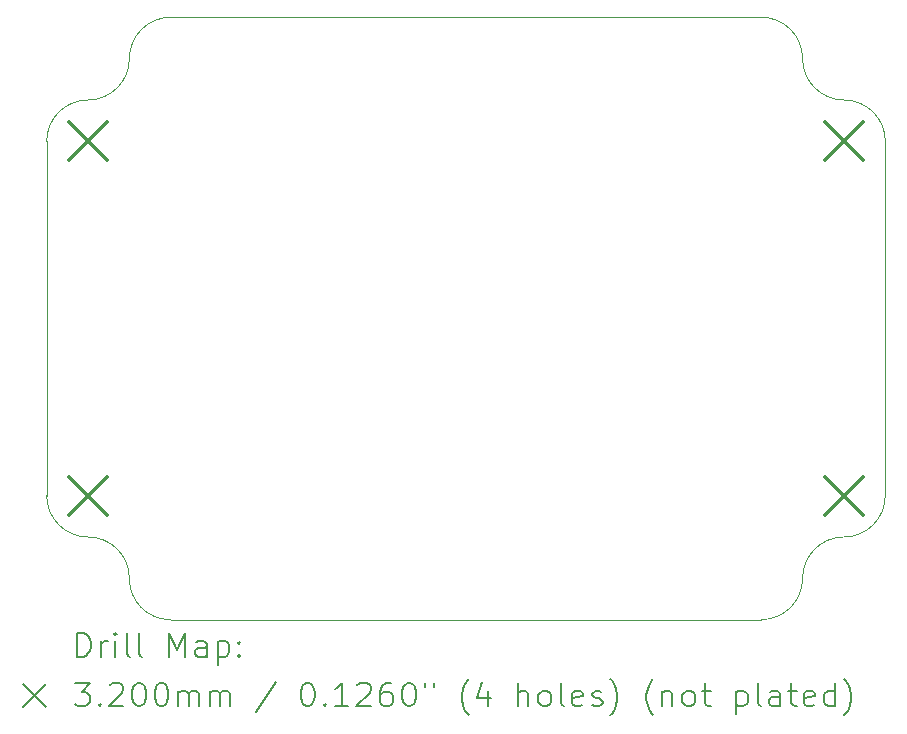
<source format=gbr>
%TF.GenerationSoftware,KiCad,Pcbnew,8.0.4*%
%TF.CreationDate,2024-08-24T09:36:37+02:00*%
%TF.ProjectId,letitrain,6c657469-7472-4616-996e-2e6b69636164,rev?*%
%TF.SameCoordinates,Original*%
%TF.FileFunction,Drillmap*%
%TF.FilePolarity,Positive*%
%FSLAX45Y45*%
G04 Gerber Fmt 4.5, Leading zero omitted, Abs format (unit mm)*
G04 Created by KiCad (PCBNEW 8.0.4) date 2024-08-24 09:36:37*
%MOMM*%
%LPD*%
G01*
G04 APERTURE LIST*
%ADD10C,0.050000*%
%ADD11C,0.200000*%
%ADD12C,0.320000*%
G04 APERTURE END LIST*
D10*
X3500000Y-7550000D02*
G75*
G02*
X3150000Y-7200000I0J350000D01*
G01*
X3850000Y-3500000D02*
G75*
G02*
X4200000Y-3150000I350000J0D01*
G01*
X9900000Y-3850000D02*
G75*
G02*
X9550000Y-3500000I0J350000D01*
G01*
X10250000Y-7200000D02*
G75*
G02*
X9900000Y-7550000I-350000J0D01*
G01*
X9550000Y-7900000D02*
G75*
G02*
X9200000Y-8250000I-350000J0D01*
G01*
X3500000Y-7550000D02*
G75*
G02*
X3850000Y-7900000I0J-350000D01*
G01*
X3150000Y-7200000D02*
X3150000Y-4200000D01*
X10250000Y-4200000D02*
X10250000Y-7200000D01*
X9200000Y-8250000D02*
X4200000Y-8250000D01*
X9550000Y-7900000D02*
G75*
G02*
X9900000Y-7550000I350000J0D01*
G01*
X9200000Y-3150000D02*
G75*
G02*
X9550000Y-3500000I0J-350000D01*
G01*
X4200000Y-3150000D02*
X9200000Y-3150000D01*
X3850000Y-3500000D02*
G75*
G02*
X3500000Y-3850000I-350000J0D01*
G01*
X4200000Y-8250000D02*
G75*
G02*
X3850000Y-7900000I-4980J345020D01*
G01*
X9900000Y-3850000D02*
G75*
G02*
X10250000Y-4200000I0J-350000D01*
G01*
X3150000Y-4200000D02*
G75*
G02*
X3500000Y-3850000I350000J0D01*
G01*
D11*
D12*
X3340000Y-4040000D02*
X3660000Y-4360000D01*
X3660000Y-4040000D02*
X3340000Y-4360000D01*
X3340000Y-7040000D02*
X3660000Y-7360000D01*
X3660000Y-7040000D02*
X3340000Y-7360000D01*
X9740000Y-4040000D02*
X10060000Y-4360000D01*
X10060000Y-4040000D02*
X9740000Y-4360000D01*
X9740000Y-7040000D02*
X10060000Y-7360000D01*
X10060000Y-7040000D02*
X9740000Y-7360000D01*
D11*
X3408277Y-8564020D02*
X3408277Y-8364020D01*
X3408277Y-8364020D02*
X3455896Y-8364020D01*
X3455896Y-8364020D02*
X3484467Y-8373543D01*
X3484467Y-8373543D02*
X3503515Y-8392591D01*
X3503515Y-8392591D02*
X3513039Y-8411639D01*
X3513039Y-8411639D02*
X3522562Y-8449734D01*
X3522562Y-8449734D02*
X3522562Y-8478305D01*
X3522562Y-8478305D02*
X3513039Y-8516401D01*
X3513039Y-8516401D02*
X3503515Y-8535448D01*
X3503515Y-8535448D02*
X3484467Y-8554496D01*
X3484467Y-8554496D02*
X3455896Y-8564020D01*
X3455896Y-8564020D02*
X3408277Y-8564020D01*
X3608277Y-8564020D02*
X3608277Y-8430686D01*
X3608277Y-8468782D02*
X3617801Y-8449734D01*
X3617801Y-8449734D02*
X3627324Y-8440210D01*
X3627324Y-8440210D02*
X3646372Y-8430686D01*
X3646372Y-8430686D02*
X3665420Y-8430686D01*
X3732086Y-8564020D02*
X3732086Y-8430686D01*
X3732086Y-8364020D02*
X3722562Y-8373543D01*
X3722562Y-8373543D02*
X3732086Y-8383067D01*
X3732086Y-8383067D02*
X3741610Y-8373543D01*
X3741610Y-8373543D02*
X3732086Y-8364020D01*
X3732086Y-8364020D02*
X3732086Y-8383067D01*
X3855896Y-8564020D02*
X3836848Y-8554496D01*
X3836848Y-8554496D02*
X3827324Y-8535448D01*
X3827324Y-8535448D02*
X3827324Y-8364020D01*
X3960658Y-8564020D02*
X3941610Y-8554496D01*
X3941610Y-8554496D02*
X3932086Y-8535448D01*
X3932086Y-8535448D02*
X3932086Y-8364020D01*
X4189229Y-8564020D02*
X4189229Y-8364020D01*
X4189229Y-8364020D02*
X4255896Y-8506877D01*
X4255896Y-8506877D02*
X4322563Y-8364020D01*
X4322563Y-8364020D02*
X4322563Y-8564020D01*
X4503515Y-8564020D02*
X4503515Y-8459258D01*
X4503515Y-8459258D02*
X4493991Y-8440210D01*
X4493991Y-8440210D02*
X4474944Y-8430686D01*
X4474944Y-8430686D02*
X4436848Y-8430686D01*
X4436848Y-8430686D02*
X4417801Y-8440210D01*
X4503515Y-8554496D02*
X4484467Y-8564020D01*
X4484467Y-8564020D02*
X4436848Y-8564020D01*
X4436848Y-8564020D02*
X4417801Y-8554496D01*
X4417801Y-8554496D02*
X4408277Y-8535448D01*
X4408277Y-8535448D02*
X4408277Y-8516401D01*
X4408277Y-8516401D02*
X4417801Y-8497353D01*
X4417801Y-8497353D02*
X4436848Y-8487829D01*
X4436848Y-8487829D02*
X4484467Y-8487829D01*
X4484467Y-8487829D02*
X4503515Y-8478305D01*
X4598753Y-8430686D02*
X4598753Y-8630686D01*
X4598753Y-8440210D02*
X4617801Y-8430686D01*
X4617801Y-8430686D02*
X4655896Y-8430686D01*
X4655896Y-8430686D02*
X4674944Y-8440210D01*
X4674944Y-8440210D02*
X4684467Y-8449734D01*
X4684467Y-8449734D02*
X4693991Y-8468782D01*
X4693991Y-8468782D02*
X4693991Y-8525924D01*
X4693991Y-8525924D02*
X4684467Y-8544972D01*
X4684467Y-8544972D02*
X4674944Y-8554496D01*
X4674944Y-8554496D02*
X4655896Y-8564020D01*
X4655896Y-8564020D02*
X4617801Y-8564020D01*
X4617801Y-8564020D02*
X4598753Y-8554496D01*
X4779705Y-8544972D02*
X4789229Y-8554496D01*
X4789229Y-8554496D02*
X4779705Y-8564020D01*
X4779705Y-8564020D02*
X4770182Y-8554496D01*
X4770182Y-8554496D02*
X4779705Y-8544972D01*
X4779705Y-8544972D02*
X4779705Y-8564020D01*
X4779705Y-8440210D02*
X4789229Y-8449734D01*
X4789229Y-8449734D02*
X4779705Y-8459258D01*
X4779705Y-8459258D02*
X4770182Y-8449734D01*
X4770182Y-8449734D02*
X4779705Y-8440210D01*
X4779705Y-8440210D02*
X4779705Y-8459258D01*
X2947500Y-8792536D02*
X3147500Y-8992536D01*
X3147500Y-8792536D02*
X2947500Y-8992536D01*
X3389229Y-8784020D02*
X3513039Y-8784020D01*
X3513039Y-8784020D02*
X3446372Y-8860210D01*
X3446372Y-8860210D02*
X3474943Y-8860210D01*
X3474943Y-8860210D02*
X3493991Y-8869734D01*
X3493991Y-8869734D02*
X3503515Y-8879258D01*
X3503515Y-8879258D02*
X3513039Y-8898305D01*
X3513039Y-8898305D02*
X3513039Y-8945924D01*
X3513039Y-8945924D02*
X3503515Y-8964972D01*
X3503515Y-8964972D02*
X3493991Y-8974496D01*
X3493991Y-8974496D02*
X3474943Y-8984020D01*
X3474943Y-8984020D02*
X3417801Y-8984020D01*
X3417801Y-8984020D02*
X3398753Y-8974496D01*
X3398753Y-8974496D02*
X3389229Y-8964972D01*
X3598753Y-8964972D02*
X3608277Y-8974496D01*
X3608277Y-8974496D02*
X3598753Y-8984020D01*
X3598753Y-8984020D02*
X3589229Y-8974496D01*
X3589229Y-8974496D02*
X3598753Y-8964972D01*
X3598753Y-8964972D02*
X3598753Y-8984020D01*
X3684467Y-8803067D02*
X3693991Y-8793544D01*
X3693991Y-8793544D02*
X3713039Y-8784020D01*
X3713039Y-8784020D02*
X3760658Y-8784020D01*
X3760658Y-8784020D02*
X3779705Y-8793544D01*
X3779705Y-8793544D02*
X3789229Y-8803067D01*
X3789229Y-8803067D02*
X3798753Y-8822115D01*
X3798753Y-8822115D02*
X3798753Y-8841163D01*
X3798753Y-8841163D02*
X3789229Y-8869734D01*
X3789229Y-8869734D02*
X3674943Y-8984020D01*
X3674943Y-8984020D02*
X3798753Y-8984020D01*
X3922562Y-8784020D02*
X3941610Y-8784020D01*
X3941610Y-8784020D02*
X3960658Y-8793544D01*
X3960658Y-8793544D02*
X3970182Y-8803067D01*
X3970182Y-8803067D02*
X3979705Y-8822115D01*
X3979705Y-8822115D02*
X3989229Y-8860210D01*
X3989229Y-8860210D02*
X3989229Y-8907829D01*
X3989229Y-8907829D02*
X3979705Y-8945924D01*
X3979705Y-8945924D02*
X3970182Y-8964972D01*
X3970182Y-8964972D02*
X3960658Y-8974496D01*
X3960658Y-8974496D02*
X3941610Y-8984020D01*
X3941610Y-8984020D02*
X3922562Y-8984020D01*
X3922562Y-8984020D02*
X3903515Y-8974496D01*
X3903515Y-8974496D02*
X3893991Y-8964972D01*
X3893991Y-8964972D02*
X3884467Y-8945924D01*
X3884467Y-8945924D02*
X3874943Y-8907829D01*
X3874943Y-8907829D02*
X3874943Y-8860210D01*
X3874943Y-8860210D02*
X3884467Y-8822115D01*
X3884467Y-8822115D02*
X3893991Y-8803067D01*
X3893991Y-8803067D02*
X3903515Y-8793544D01*
X3903515Y-8793544D02*
X3922562Y-8784020D01*
X4113039Y-8784020D02*
X4132086Y-8784020D01*
X4132086Y-8784020D02*
X4151134Y-8793544D01*
X4151134Y-8793544D02*
X4160658Y-8803067D01*
X4160658Y-8803067D02*
X4170182Y-8822115D01*
X4170182Y-8822115D02*
X4179705Y-8860210D01*
X4179705Y-8860210D02*
X4179705Y-8907829D01*
X4179705Y-8907829D02*
X4170182Y-8945924D01*
X4170182Y-8945924D02*
X4160658Y-8964972D01*
X4160658Y-8964972D02*
X4151134Y-8974496D01*
X4151134Y-8974496D02*
X4132086Y-8984020D01*
X4132086Y-8984020D02*
X4113039Y-8984020D01*
X4113039Y-8984020D02*
X4093991Y-8974496D01*
X4093991Y-8974496D02*
X4084467Y-8964972D01*
X4084467Y-8964972D02*
X4074943Y-8945924D01*
X4074943Y-8945924D02*
X4065420Y-8907829D01*
X4065420Y-8907829D02*
X4065420Y-8860210D01*
X4065420Y-8860210D02*
X4074943Y-8822115D01*
X4074943Y-8822115D02*
X4084467Y-8803067D01*
X4084467Y-8803067D02*
X4093991Y-8793544D01*
X4093991Y-8793544D02*
X4113039Y-8784020D01*
X4265420Y-8984020D02*
X4265420Y-8850686D01*
X4265420Y-8869734D02*
X4274944Y-8860210D01*
X4274944Y-8860210D02*
X4293991Y-8850686D01*
X4293991Y-8850686D02*
X4322563Y-8850686D01*
X4322563Y-8850686D02*
X4341610Y-8860210D01*
X4341610Y-8860210D02*
X4351134Y-8879258D01*
X4351134Y-8879258D02*
X4351134Y-8984020D01*
X4351134Y-8879258D02*
X4360658Y-8860210D01*
X4360658Y-8860210D02*
X4379705Y-8850686D01*
X4379705Y-8850686D02*
X4408277Y-8850686D01*
X4408277Y-8850686D02*
X4427325Y-8860210D01*
X4427325Y-8860210D02*
X4436848Y-8879258D01*
X4436848Y-8879258D02*
X4436848Y-8984020D01*
X4532086Y-8984020D02*
X4532086Y-8850686D01*
X4532086Y-8869734D02*
X4541610Y-8860210D01*
X4541610Y-8860210D02*
X4560658Y-8850686D01*
X4560658Y-8850686D02*
X4589229Y-8850686D01*
X4589229Y-8850686D02*
X4608277Y-8860210D01*
X4608277Y-8860210D02*
X4617801Y-8879258D01*
X4617801Y-8879258D02*
X4617801Y-8984020D01*
X4617801Y-8879258D02*
X4627325Y-8860210D01*
X4627325Y-8860210D02*
X4646372Y-8850686D01*
X4646372Y-8850686D02*
X4674944Y-8850686D01*
X4674944Y-8850686D02*
X4693991Y-8860210D01*
X4693991Y-8860210D02*
X4703515Y-8879258D01*
X4703515Y-8879258D02*
X4703515Y-8984020D01*
X5093991Y-8774496D02*
X4922563Y-9031639D01*
X5351134Y-8784020D02*
X5370182Y-8784020D01*
X5370182Y-8784020D02*
X5389229Y-8793544D01*
X5389229Y-8793544D02*
X5398753Y-8803067D01*
X5398753Y-8803067D02*
X5408277Y-8822115D01*
X5408277Y-8822115D02*
X5417801Y-8860210D01*
X5417801Y-8860210D02*
X5417801Y-8907829D01*
X5417801Y-8907829D02*
X5408277Y-8945924D01*
X5408277Y-8945924D02*
X5398753Y-8964972D01*
X5398753Y-8964972D02*
X5389229Y-8974496D01*
X5389229Y-8974496D02*
X5370182Y-8984020D01*
X5370182Y-8984020D02*
X5351134Y-8984020D01*
X5351134Y-8984020D02*
X5332087Y-8974496D01*
X5332087Y-8974496D02*
X5322563Y-8964972D01*
X5322563Y-8964972D02*
X5313039Y-8945924D01*
X5313039Y-8945924D02*
X5303515Y-8907829D01*
X5303515Y-8907829D02*
X5303515Y-8860210D01*
X5303515Y-8860210D02*
X5313039Y-8822115D01*
X5313039Y-8822115D02*
X5322563Y-8803067D01*
X5322563Y-8803067D02*
X5332087Y-8793544D01*
X5332087Y-8793544D02*
X5351134Y-8784020D01*
X5503515Y-8964972D02*
X5513039Y-8974496D01*
X5513039Y-8974496D02*
X5503515Y-8984020D01*
X5503515Y-8984020D02*
X5493991Y-8974496D01*
X5493991Y-8974496D02*
X5503515Y-8964972D01*
X5503515Y-8964972D02*
X5503515Y-8984020D01*
X5703515Y-8984020D02*
X5589229Y-8984020D01*
X5646372Y-8984020D02*
X5646372Y-8784020D01*
X5646372Y-8784020D02*
X5627325Y-8812591D01*
X5627325Y-8812591D02*
X5608277Y-8831639D01*
X5608277Y-8831639D02*
X5589229Y-8841163D01*
X5779706Y-8803067D02*
X5789229Y-8793544D01*
X5789229Y-8793544D02*
X5808277Y-8784020D01*
X5808277Y-8784020D02*
X5855896Y-8784020D01*
X5855896Y-8784020D02*
X5874944Y-8793544D01*
X5874944Y-8793544D02*
X5884467Y-8803067D01*
X5884467Y-8803067D02*
X5893991Y-8822115D01*
X5893991Y-8822115D02*
X5893991Y-8841163D01*
X5893991Y-8841163D02*
X5884467Y-8869734D01*
X5884467Y-8869734D02*
X5770182Y-8984020D01*
X5770182Y-8984020D02*
X5893991Y-8984020D01*
X6065420Y-8784020D02*
X6027325Y-8784020D01*
X6027325Y-8784020D02*
X6008277Y-8793544D01*
X6008277Y-8793544D02*
X5998753Y-8803067D01*
X5998753Y-8803067D02*
X5979706Y-8831639D01*
X5979706Y-8831639D02*
X5970182Y-8869734D01*
X5970182Y-8869734D02*
X5970182Y-8945924D01*
X5970182Y-8945924D02*
X5979706Y-8964972D01*
X5979706Y-8964972D02*
X5989229Y-8974496D01*
X5989229Y-8974496D02*
X6008277Y-8984020D01*
X6008277Y-8984020D02*
X6046372Y-8984020D01*
X6046372Y-8984020D02*
X6065420Y-8974496D01*
X6065420Y-8974496D02*
X6074944Y-8964972D01*
X6074944Y-8964972D02*
X6084467Y-8945924D01*
X6084467Y-8945924D02*
X6084467Y-8898305D01*
X6084467Y-8898305D02*
X6074944Y-8879258D01*
X6074944Y-8879258D02*
X6065420Y-8869734D01*
X6065420Y-8869734D02*
X6046372Y-8860210D01*
X6046372Y-8860210D02*
X6008277Y-8860210D01*
X6008277Y-8860210D02*
X5989229Y-8869734D01*
X5989229Y-8869734D02*
X5979706Y-8879258D01*
X5979706Y-8879258D02*
X5970182Y-8898305D01*
X6208277Y-8784020D02*
X6227325Y-8784020D01*
X6227325Y-8784020D02*
X6246372Y-8793544D01*
X6246372Y-8793544D02*
X6255896Y-8803067D01*
X6255896Y-8803067D02*
X6265420Y-8822115D01*
X6265420Y-8822115D02*
X6274944Y-8860210D01*
X6274944Y-8860210D02*
X6274944Y-8907829D01*
X6274944Y-8907829D02*
X6265420Y-8945924D01*
X6265420Y-8945924D02*
X6255896Y-8964972D01*
X6255896Y-8964972D02*
X6246372Y-8974496D01*
X6246372Y-8974496D02*
X6227325Y-8984020D01*
X6227325Y-8984020D02*
X6208277Y-8984020D01*
X6208277Y-8984020D02*
X6189229Y-8974496D01*
X6189229Y-8974496D02*
X6179706Y-8964972D01*
X6179706Y-8964972D02*
X6170182Y-8945924D01*
X6170182Y-8945924D02*
X6160658Y-8907829D01*
X6160658Y-8907829D02*
X6160658Y-8860210D01*
X6160658Y-8860210D02*
X6170182Y-8822115D01*
X6170182Y-8822115D02*
X6179706Y-8803067D01*
X6179706Y-8803067D02*
X6189229Y-8793544D01*
X6189229Y-8793544D02*
X6208277Y-8784020D01*
X6351134Y-8784020D02*
X6351134Y-8822115D01*
X6427325Y-8784020D02*
X6427325Y-8822115D01*
X6722563Y-9060210D02*
X6713039Y-9050686D01*
X6713039Y-9050686D02*
X6693991Y-9022115D01*
X6693991Y-9022115D02*
X6684468Y-9003067D01*
X6684468Y-9003067D02*
X6674944Y-8974496D01*
X6674944Y-8974496D02*
X6665420Y-8926877D01*
X6665420Y-8926877D02*
X6665420Y-8888782D01*
X6665420Y-8888782D02*
X6674944Y-8841163D01*
X6674944Y-8841163D02*
X6684468Y-8812591D01*
X6684468Y-8812591D02*
X6693991Y-8793544D01*
X6693991Y-8793544D02*
X6713039Y-8764972D01*
X6713039Y-8764972D02*
X6722563Y-8755448D01*
X6884468Y-8850686D02*
X6884468Y-8984020D01*
X6836848Y-8774496D02*
X6789229Y-8917353D01*
X6789229Y-8917353D02*
X6913039Y-8917353D01*
X7141610Y-8984020D02*
X7141610Y-8784020D01*
X7227325Y-8984020D02*
X7227325Y-8879258D01*
X7227325Y-8879258D02*
X7217801Y-8860210D01*
X7217801Y-8860210D02*
X7198753Y-8850686D01*
X7198753Y-8850686D02*
X7170182Y-8850686D01*
X7170182Y-8850686D02*
X7151134Y-8860210D01*
X7151134Y-8860210D02*
X7141610Y-8869734D01*
X7351134Y-8984020D02*
X7332087Y-8974496D01*
X7332087Y-8974496D02*
X7322563Y-8964972D01*
X7322563Y-8964972D02*
X7313039Y-8945924D01*
X7313039Y-8945924D02*
X7313039Y-8888782D01*
X7313039Y-8888782D02*
X7322563Y-8869734D01*
X7322563Y-8869734D02*
X7332087Y-8860210D01*
X7332087Y-8860210D02*
X7351134Y-8850686D01*
X7351134Y-8850686D02*
X7379706Y-8850686D01*
X7379706Y-8850686D02*
X7398753Y-8860210D01*
X7398753Y-8860210D02*
X7408277Y-8869734D01*
X7408277Y-8869734D02*
X7417801Y-8888782D01*
X7417801Y-8888782D02*
X7417801Y-8945924D01*
X7417801Y-8945924D02*
X7408277Y-8964972D01*
X7408277Y-8964972D02*
X7398753Y-8974496D01*
X7398753Y-8974496D02*
X7379706Y-8984020D01*
X7379706Y-8984020D02*
X7351134Y-8984020D01*
X7532087Y-8984020D02*
X7513039Y-8974496D01*
X7513039Y-8974496D02*
X7503515Y-8955448D01*
X7503515Y-8955448D02*
X7503515Y-8784020D01*
X7684468Y-8974496D02*
X7665420Y-8984020D01*
X7665420Y-8984020D02*
X7627325Y-8984020D01*
X7627325Y-8984020D02*
X7608277Y-8974496D01*
X7608277Y-8974496D02*
X7598753Y-8955448D01*
X7598753Y-8955448D02*
X7598753Y-8879258D01*
X7598753Y-8879258D02*
X7608277Y-8860210D01*
X7608277Y-8860210D02*
X7627325Y-8850686D01*
X7627325Y-8850686D02*
X7665420Y-8850686D01*
X7665420Y-8850686D02*
X7684468Y-8860210D01*
X7684468Y-8860210D02*
X7693991Y-8879258D01*
X7693991Y-8879258D02*
X7693991Y-8898305D01*
X7693991Y-8898305D02*
X7598753Y-8917353D01*
X7770182Y-8974496D02*
X7789230Y-8984020D01*
X7789230Y-8984020D02*
X7827325Y-8984020D01*
X7827325Y-8984020D02*
X7846372Y-8974496D01*
X7846372Y-8974496D02*
X7855896Y-8955448D01*
X7855896Y-8955448D02*
X7855896Y-8945924D01*
X7855896Y-8945924D02*
X7846372Y-8926877D01*
X7846372Y-8926877D02*
X7827325Y-8917353D01*
X7827325Y-8917353D02*
X7798753Y-8917353D01*
X7798753Y-8917353D02*
X7779706Y-8907829D01*
X7779706Y-8907829D02*
X7770182Y-8888782D01*
X7770182Y-8888782D02*
X7770182Y-8879258D01*
X7770182Y-8879258D02*
X7779706Y-8860210D01*
X7779706Y-8860210D02*
X7798753Y-8850686D01*
X7798753Y-8850686D02*
X7827325Y-8850686D01*
X7827325Y-8850686D02*
X7846372Y-8860210D01*
X7922563Y-9060210D02*
X7932087Y-9050686D01*
X7932087Y-9050686D02*
X7951134Y-9022115D01*
X7951134Y-9022115D02*
X7960658Y-9003067D01*
X7960658Y-9003067D02*
X7970182Y-8974496D01*
X7970182Y-8974496D02*
X7979706Y-8926877D01*
X7979706Y-8926877D02*
X7979706Y-8888782D01*
X7979706Y-8888782D02*
X7970182Y-8841163D01*
X7970182Y-8841163D02*
X7960658Y-8812591D01*
X7960658Y-8812591D02*
X7951134Y-8793544D01*
X7951134Y-8793544D02*
X7932087Y-8764972D01*
X7932087Y-8764972D02*
X7922563Y-8755448D01*
X8284468Y-9060210D02*
X8274944Y-9050686D01*
X8274944Y-9050686D02*
X8255896Y-9022115D01*
X8255896Y-9022115D02*
X8246372Y-9003067D01*
X8246372Y-9003067D02*
X8236849Y-8974496D01*
X8236849Y-8974496D02*
X8227325Y-8926877D01*
X8227325Y-8926877D02*
X8227325Y-8888782D01*
X8227325Y-8888782D02*
X8236849Y-8841163D01*
X8236849Y-8841163D02*
X8246372Y-8812591D01*
X8246372Y-8812591D02*
X8255896Y-8793544D01*
X8255896Y-8793544D02*
X8274944Y-8764972D01*
X8274944Y-8764972D02*
X8284468Y-8755448D01*
X8360658Y-8850686D02*
X8360658Y-8984020D01*
X8360658Y-8869734D02*
X8370182Y-8860210D01*
X8370182Y-8860210D02*
X8389230Y-8850686D01*
X8389230Y-8850686D02*
X8417801Y-8850686D01*
X8417801Y-8850686D02*
X8436849Y-8860210D01*
X8436849Y-8860210D02*
X8446373Y-8879258D01*
X8446373Y-8879258D02*
X8446373Y-8984020D01*
X8570182Y-8984020D02*
X8551134Y-8974496D01*
X8551134Y-8974496D02*
X8541611Y-8964972D01*
X8541611Y-8964972D02*
X8532087Y-8945924D01*
X8532087Y-8945924D02*
X8532087Y-8888782D01*
X8532087Y-8888782D02*
X8541611Y-8869734D01*
X8541611Y-8869734D02*
X8551134Y-8860210D01*
X8551134Y-8860210D02*
X8570182Y-8850686D01*
X8570182Y-8850686D02*
X8598754Y-8850686D01*
X8598754Y-8850686D02*
X8617801Y-8860210D01*
X8617801Y-8860210D02*
X8627325Y-8869734D01*
X8627325Y-8869734D02*
X8636849Y-8888782D01*
X8636849Y-8888782D02*
X8636849Y-8945924D01*
X8636849Y-8945924D02*
X8627325Y-8964972D01*
X8627325Y-8964972D02*
X8617801Y-8974496D01*
X8617801Y-8974496D02*
X8598754Y-8984020D01*
X8598754Y-8984020D02*
X8570182Y-8984020D01*
X8693992Y-8850686D02*
X8770182Y-8850686D01*
X8722563Y-8784020D02*
X8722563Y-8955448D01*
X8722563Y-8955448D02*
X8732087Y-8974496D01*
X8732087Y-8974496D02*
X8751134Y-8984020D01*
X8751134Y-8984020D02*
X8770182Y-8984020D01*
X8989230Y-8850686D02*
X8989230Y-9050686D01*
X8989230Y-8860210D02*
X9008277Y-8850686D01*
X9008277Y-8850686D02*
X9046373Y-8850686D01*
X9046373Y-8850686D02*
X9065420Y-8860210D01*
X9065420Y-8860210D02*
X9074944Y-8869734D01*
X9074944Y-8869734D02*
X9084468Y-8888782D01*
X9084468Y-8888782D02*
X9084468Y-8945924D01*
X9084468Y-8945924D02*
X9074944Y-8964972D01*
X9074944Y-8964972D02*
X9065420Y-8974496D01*
X9065420Y-8974496D02*
X9046373Y-8984020D01*
X9046373Y-8984020D02*
X9008277Y-8984020D01*
X9008277Y-8984020D02*
X8989230Y-8974496D01*
X9198754Y-8984020D02*
X9179706Y-8974496D01*
X9179706Y-8974496D02*
X9170182Y-8955448D01*
X9170182Y-8955448D02*
X9170182Y-8784020D01*
X9360658Y-8984020D02*
X9360658Y-8879258D01*
X9360658Y-8879258D02*
X9351135Y-8860210D01*
X9351135Y-8860210D02*
X9332087Y-8850686D01*
X9332087Y-8850686D02*
X9293992Y-8850686D01*
X9293992Y-8850686D02*
X9274944Y-8860210D01*
X9360658Y-8974496D02*
X9341611Y-8984020D01*
X9341611Y-8984020D02*
X9293992Y-8984020D01*
X9293992Y-8984020D02*
X9274944Y-8974496D01*
X9274944Y-8974496D02*
X9265420Y-8955448D01*
X9265420Y-8955448D02*
X9265420Y-8936401D01*
X9265420Y-8936401D02*
X9274944Y-8917353D01*
X9274944Y-8917353D02*
X9293992Y-8907829D01*
X9293992Y-8907829D02*
X9341611Y-8907829D01*
X9341611Y-8907829D02*
X9360658Y-8898305D01*
X9427325Y-8850686D02*
X9503515Y-8850686D01*
X9455896Y-8784020D02*
X9455896Y-8955448D01*
X9455896Y-8955448D02*
X9465420Y-8974496D01*
X9465420Y-8974496D02*
X9484468Y-8984020D01*
X9484468Y-8984020D02*
X9503515Y-8984020D01*
X9646373Y-8974496D02*
X9627325Y-8984020D01*
X9627325Y-8984020D02*
X9589230Y-8984020D01*
X9589230Y-8984020D02*
X9570182Y-8974496D01*
X9570182Y-8974496D02*
X9560658Y-8955448D01*
X9560658Y-8955448D02*
X9560658Y-8879258D01*
X9560658Y-8879258D02*
X9570182Y-8860210D01*
X9570182Y-8860210D02*
X9589230Y-8850686D01*
X9589230Y-8850686D02*
X9627325Y-8850686D01*
X9627325Y-8850686D02*
X9646373Y-8860210D01*
X9646373Y-8860210D02*
X9655896Y-8879258D01*
X9655896Y-8879258D02*
X9655896Y-8898305D01*
X9655896Y-8898305D02*
X9560658Y-8917353D01*
X9827325Y-8984020D02*
X9827325Y-8784020D01*
X9827325Y-8974496D02*
X9808277Y-8984020D01*
X9808277Y-8984020D02*
X9770182Y-8984020D01*
X9770182Y-8984020D02*
X9751135Y-8974496D01*
X9751135Y-8974496D02*
X9741611Y-8964972D01*
X9741611Y-8964972D02*
X9732087Y-8945924D01*
X9732087Y-8945924D02*
X9732087Y-8888782D01*
X9732087Y-8888782D02*
X9741611Y-8869734D01*
X9741611Y-8869734D02*
X9751135Y-8860210D01*
X9751135Y-8860210D02*
X9770182Y-8850686D01*
X9770182Y-8850686D02*
X9808277Y-8850686D01*
X9808277Y-8850686D02*
X9827325Y-8860210D01*
X9903516Y-9060210D02*
X9913039Y-9050686D01*
X9913039Y-9050686D02*
X9932087Y-9022115D01*
X9932087Y-9022115D02*
X9941611Y-9003067D01*
X9941611Y-9003067D02*
X9951135Y-8974496D01*
X9951135Y-8974496D02*
X9960658Y-8926877D01*
X9960658Y-8926877D02*
X9960658Y-8888782D01*
X9960658Y-8888782D02*
X9951135Y-8841163D01*
X9951135Y-8841163D02*
X9941611Y-8812591D01*
X9941611Y-8812591D02*
X9932087Y-8793544D01*
X9932087Y-8793544D02*
X9913039Y-8764972D01*
X9913039Y-8764972D02*
X9903516Y-8755448D01*
M02*

</source>
